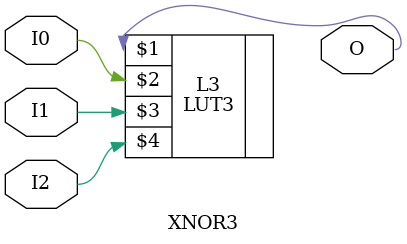
<source format=v>


`timescale  1 ps / 1 ps


module XNOR3 (O, I0, I1, I2);

    output O;

    input  I0, I1, I2;

    LUT3 #(.INIT(8'h69)) L3 (O, I0, I1, I2);

endmodule

</source>
